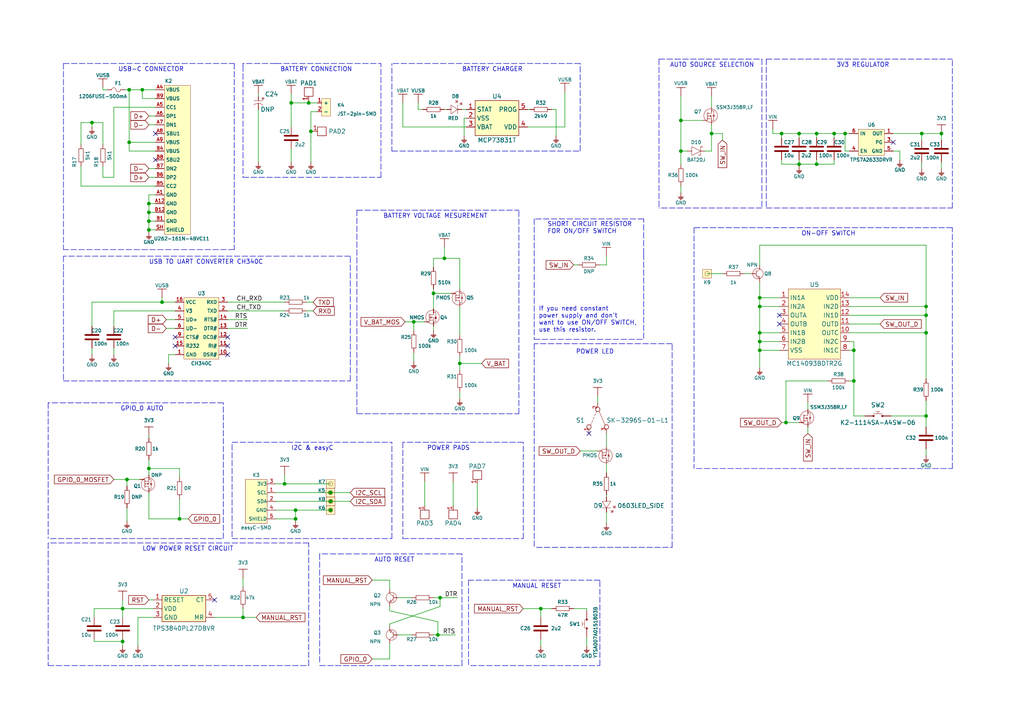
<source format=kicad_sch>
(kicad_sch (version 20211123) (generator eeschema)
  (paper "A4")
  (title_block (title "Soldered Inkplate 5") (date "2023-07-18") (rev "V1.2.0.") (company "SOLDERED") (comment 1 "333255"))
  (lib_symbols
    (symbol "e-radionica.com schematics:0402LED" (pin_numbers hide) (pin_names (offset 0.254) hide)
      (property "Reference" "D" (at -0.635 2.54 0))
      (property "Value" "0402LED" (at 0 -2.54 0))
      (symbol "0402LED_1_1"
        (pin passive line (at -1.905 0 0) (length 1.27) (name "A") (number "1"))
        (pin passive line (at 2.54 0 180) (length 1.27) (name "K") (number "2"))
      )
    )
    (symbol "e-radionica.com schematics:0603C" (pin_numbers hide) (pin_names (offset 0.002))
      (property "Reference" "C" (at 0 3.81 0))
      (property "Value" "0603C" (at 0 -3.175 0))
      (symbol "0603C_1_1"
        (pin passive line (at -3.175 0 0) (length 2.54) (name "~") (number "1"))
        (pin passive line (at 3.175 0 180) (length 2.54) (name "~") (number "2"))
      )
    )
    (symbol "e-radionica.com schematics:0603LED_SIDE" (pin_numbers hide) (pin_names hide)
      (property "Reference" "D" (at -1.27 2.54 0))
      (property "Value" "0603LED_SIDE" (at 0 -2.286 0))
      (symbol "0603LED_SIDE_1_1"
        (pin passive line (at -2.54 0 0) (length 1.27) (name "A") (number "1"))
        (pin passive line (at 1.905 0 180) (length 1.27) (name "K") (number "2"))
      )
    )
    (symbol "e-radionica.com schematics:0603R" (pin_numbers hide) (pin_names (offset 0.254))
      (property "Reference" "R" (at 0 1.27 0))
      (property "Value" "0603R" (at 0 -1.905 0))
      (symbol "0603R_1_1"
        (pin passive line (at -3.175 0 0) (length 1.27) (name "~") (number "1"))
        (pin passive line (at 3.175 0 180) (length 1.27) (name "~") (number "2"))
      )
    )
    (symbol "e-radionica.com schematics:1206C" (pin_numbers hide)
      (property "Reference" "C" (at 0 3.81 0))
      (property "Value" "1206C" (at 0 -3.175 0))
      (symbol "1206C_1_1"
        (pin passive line (at -3.175 0 0) (length 2.54) (name "~") (number "1"))
        (pin passive line (at 3.175 0 180) (length 2.54) (name "~") (number "2"))
      )
    )
    (symbol "e-radionica.com schematics:1206FUSE" (pin_numbers hide) (pin_names hide)
      (property "Reference" "F" (at -1.27 1.905 0))
      (property "Value" "1206FUSE" (at 0 -1.905 0))
      (symbol "1206FUSE_1_1"
        (pin passive line (at -2.54 0 0) (length 1.27) (name "~") (number "1"))
        (pin passive line (at 2.54 0 180) (length 1.27) (name "~") (number "2"))
      )
    )
    (symbol "e-radionica.com schematics:2917C" (pin_numbers hide) (pin_names hide)
      (property "Reference" "C?" (at 0 0 0))
      (property "Value" "2917C" (at 0 0 0))
      (symbol "2917C_0_0"
        (text "+" (at -0.635 -1.27 0) (effects (font (size 1 1))))
      )
      (symbol "2917C_1_1"
        (pin input line (at -1.27 -2.54 0) (length 1.27) (name "+") (number "1"))
        (pin input line (at 2.54 -2.54 180) (length 1.8) (name "-") (number "2"))
      )
    )
    (symbol "e-radionica.com schematics:3V3" (power) (pin_names (offset 0))
      (property "Value" "3V3" (at 0 3.556 0))
      (symbol "3V3_1_1"
        (pin power_in line (at 0 0 90) (length 0) hide (name "3V3") (number "1"))
      )
    )
    (symbol "e-radionica.com schematics:BAT20J" (pin_numbers hide) (pin_names hide)
      (property "Reference" "D" (at 0 2.54 0))
      (property "Value" "BAT20J" (at 0 -2.54 0))
      (symbol "BAT20J_1_1"
        (pin input line (at -2.54 0 0) (length 1.27) (name "A") (number "1"))
        (pin input line (at 2.54 0 180) (length 1.27) (name "C") (number "2"))
      )
    )
    (symbol "e-radionica.com schematics:CH340C"
      (property "Reference" "U" (at -3.81 10.16 0))
      (property "Value" "CH340C" (at 0 -10.16 0))
      (symbol "CH340C_1_1"
        (pin passive line (at -7.62 -7.62 0) (length 2.54) (name "GND") (number "1"))
        (pin passive line (at 7.62 -7.62 180) (length 2.54) (name "DSR#") (number "10"))
        (pin passive line (at 7.62 -5.08 180) (length 2.54) (name "RI#") (number "11"))
        (pin passive line (at 7.62 -2.54 180) (length 2.54) (name "DCD#") (number "12"))
        (pin passive line (at 7.62 0 180) (length 2.54) (name "DTR#") (number "13"))
        (pin passive line (at 7.62 2.54 180) (length 2.54) (name "RTS#") (number "14"))
        (pin passive line (at -7.62 -5.08 0) (length 2.54) (name "R232") (number "15"))
        (pin passive line (at -7.62 7.62 0) (length 2.54) (name "VCC") (number "16"))
        (pin passive line (at 7.62 5.08 180) (length 2.54) (name "TXD") (number "2"))
        (pin passive line (at 7.62 7.62 180) (length 2.54) (name "RXD") (number "3"))
        (pin passive line (at -7.62 5.08 0) (length 2.54) (name "V3") (number "4"))
        (pin passive line (at -7.62 2.54 0) (length 2.54) (name "UD+") (number "5"))
        (pin passive line (at -7.62 0 0) (length 2.54) (name "UD-") (number "6"))
        (pin passive line (at -7.62 -2.54 0) (length 2.54) (name "CTS#") (number "9"))
      )
    )
    (symbol "e-radionica.com schematics:GND" (power) (pin_names (offset 0))
      (property "Value" "GND" (at 0 -2.921 0))
      (symbol "GND_1_1"
        (pin power_in line (at 0 0 270) (length 0) hide (name "GND") (number "1"))
      )
    )
    (symbol "e-radionica.com schematics:HEADER_MALE_1X1_Inkplate" (pin_numbers hide) (pin_names hide)
      (property "Reference" "K" (at 0 2.54 0))
      (property "Value" "HEADER_MALE_1X1_Inkplate" (at 0 -2.54 0))
      (symbol "HEADER_MALE_1X1_Inkplate_1_1"
        (pin passive line (at 0 0 180) (length 0) (name "~") (number "1"))
      )
    )
    (symbol "e-radionica.com schematics:JST-2pin-SMD"
      (property "Reference" "K" (at 0 3.81 0))
      (property "Value" "JST-2pin-SMD" (at 1.27 -3.81 0))
      (symbol "JST-2pin-SMD_1_1"
        (pin passive line (at 2.54 -1.27 180) (length 1.27) (name "+") (number "1"))
        (pin passive line (at 2.54 1.27 180) (length 1.27) (name "-") (number "2"))
      )
    )
    (symbol "e-radionica.com schematics:K2-1114SA-A4SW-06" (pin_numbers hide) (pin_names hide)
      (property "Reference" "SW" (at 0 2.54 0))
      (property "Value" "K2-1114SA-A4SW-06" (at 0 -2.54 0))
      (symbol "K2-1114SA-A4SW-06_1_1"
        (pin passive line (at -3.81 0 0) (length 2.54) (name "~") (number "1"))
        (pin passive line (at 3.81 0 180) (length 2.54) (name "~") (number "2"))
      )
    )
    (symbol "e-radionica.com schematics:MC14093BDTR2G"
      (property "Reference" "U" (at 0 15.24 0))
      (property "Value" "MC14093BDTR2G" (at 0 -7.62 0))
      (symbol "MC14093BDTR2G_1_1"
        (pin output line (at -10.16 11.43 0) (length 2.54) (name "IN1A") (number "1"))
        (pin output line (at 10.16 1.27 180) (length 2.54) (name "OUTC") (number "10"))
        (pin output line (at 10.16 3.81 180) (length 2.54) (name "OUTD") (number "11"))
        (pin output line (at 10.16 6.35 180) (length 2.54) (name "IN1D") (number "12"))
        (pin output line (at 10.16 8.89 180) (length 2.54) (name "IN2D") (number "13"))
        (pin output line (at 10.16 11.43 180) (length 2.54) (name "VDD") (number "14"))
        (pin output line (at -10.16 8.89 0) (length 2.54) (name "IN2A") (number "2"))
        (pin output line (at -10.16 6.35 0) (length 2.54) (name "OUTA") (number "3"))
        (pin output line (at -10.16 3.81 0) (length 2.54) (name "OUTB") (number "4"))
        (pin output line (at -10.16 1.27 0) (length 2.54) (name "IN1B") (number "5"))
        (pin output line (at -10.16 -1.27 0) (length 2.54) (name "IN2B") (number "6"))
        (pin output line (at -10.16 -3.81 0) (length 2.54) (name "VSS") (number "7"))
        (pin output line (at 10.16 -3.81 180) (length 2.54) (name "IN1C") (number "8"))
        (pin output line (at 10.16 -1.27 180) (length 2.54) (name "IN2C") (number "9"))
      )
    )
    (symbol "e-radionica.com schematics:MCP73831T"
      (property "Reference" "U" (at 0 6.35 0))
      (property "Value" "MCP73831T" (at 0 -6.35 0))
      (symbol "MCP73831T_1_1"
        (pin output line (at -8.89 2.54 0) (length 2.54) (name "STAT") (number "1"))
        (pin output line (at -8.89 0 0) (length 2.54) (name "VSS") (number "2"))
        (pin output line (at -8.89 -2.54 0) (length 2.54) (name "VBAT") (number "3"))
        (pin output line (at 8.89 -2.54 180) (length 2.54) (name "VDD") (number "4"))
        (pin output line (at 8.89 2.54 180) (length 2.54) (name "PROG") (number "5"))
      )
    )
    (symbol "e-radionica.com schematics:NMOS-SOT-23-3" (pin_numbers hide) (pin_names hide)
      (property "Reference" "Q" (at -1.143 2.921 0))
      (property "Value" "NMOS-SOT-23-3" (at 1.524 -3.937 0))
      (symbol "NMOS-SOT-23-3_1_1"
        (pin passive line (at -1.27 -1.27 0) (length 1.27) (name "G") (number "1"))
        (pin passive line (at 1.27 -2.54 90) (length 1.27) (name "S") (number "2"))
        (pin passive line (at 1.27 2.54 270) (length 1.27) (name "D") (number "3"))
      )
    )
    (symbol "e-radionica.com schematics:NPN-SOT-23-3" (pin_numbers hide) (pin_names hide)
      (property "Reference" "Q" (at -2.286 2.921 0))
      (property "Value" "NPN-SOT-23-3" (at 0 -3.81 0))
      (symbol "NPN-SOT-23-3_1_1"
        (pin passive line (at -2.54 0 0) (length 1.27) (name "B") (number "1"))
        (pin passive line (at 0 -2.54 90) (length 1.27) (name "E") (number "2"))
        (pin passive line (at 0 2.54 270) (length 1.27) (name "C") (number "3"))
      )
    )
    (symbol "e-radionica.com schematics:PAD_4x4"
      (property "Reference" "PAD" (at 0 2.54 0))
      (property "Value" "PAD_4x4" (at 0 -2.54 0))
      (symbol "PAD_4x4_1_1"
        (pin passive line (at -2.54 0 0) (length 1.27) (name "") (number "1"))
      )
    )
    (symbol "e-radionica.com schematics:PMOS-SOT-23-3" (pin_numbers hide) (pin_names hide)
      (property "Reference" "Q" (at -1.27 2.54 0))
      (property "Value" "PMOS-SOT-23-3" (at 0.381 -4.064 0))
      (symbol "PMOS-SOT-23-3_1_1"
        (pin passive line (at -1.27 -1.27 0) (length 1.27) (name "G") (number "1"))
        (pin passive line (at 1.27 -2.54 90) (length 1.27) (name "S") (number "2"))
        (pin passive line (at 1.27 2.54 270) (length 1.27) (name "D") (number "3"))
      )
    )
    (symbol "e-radionica.com schematics:SK-3296S-01-L1"
      (property "Reference" "S" (at 0 3.81 0))
      (property "Value" "SK-3296S-01-L1" (at 0 -6.35 0))
      (symbol "SK-3296S-01-L1_1_1"
        (pin input inverted (at 3.81 2.54 180) (length 2.54) (name "") (number "1"))
        (pin input inverted (at -5.08 0 0) (length 2.54) (name "") (number "2"))
        (pin input inverted (at 3.81 -2.54 180) (length 2.54) (name "") (number "3"))
      )
    )
    (symbol "e-radionica.com schematics:TPS3840PL27DBVR"
      (property "Reference" "U" (at 0 5.08 0))
      (property "Value" "TPS3840PL27DBVR" (at 0 -5.08 0))
      (symbol "TPS3840PL27DBVR_1_1"
        (pin input line (at -8.89 2.54 0) (length 2.54) (name "RESET") (number "1"))
        (pin input line (at -8.89 0 0) (length 2.54) (name "VDD") (number "2"))
        (pin input line (at -8.89 -2.54 0) (length 2.54) (name "GND") (number "3"))
        (pin input line (at 8.89 -2.54 180) (length 2.54) (name "MR") (number "4"))
        (pin input line (at 8.89 2.54 180) (length 2.54) (name "CT") (number "5"))
      )
    )
    (symbol "e-radionica.com schematics:TPS7A2633DRVR"
      (property "Reference" "U" (at -3.175 5.08 0))
      (property "Value" "TPS7A2633DRVR" (at 0 -5.08 0))
      (symbol "TPS7A2633DRVR_1_1"
        (pin passive line (at 6.35 2.54 180) (length 2.54) (name "OUT") (number "1"))
        (pin passive line (at 6.35 0 180) (length 2.54) (name "PG") (number "3"))
        (pin passive line (at -6.35 -2.54 0) (length 2.54) (name "EN") (number "4"))
        (pin passive line (at 6.35 -2.54 180) (length 2.54) (name "GND") (number "5"))
        (pin passive line (at -6.35 2.54 0) (length 2.54) (name "IN") (number "6"))
      )
    )
    (symbol "e-radionica.com schematics:U262-161N-4BVC11"
      (property "Reference" "K" (at 0 22.86 0))
      (property "Value" "U262-161N-4BVC11" (at 2.54 -22.86 0))
      (symbol "U262-161N-4BVC11_1_1"
        (pin passive line (at -3.81 -10.16 0) (length 2.54) (name "GND") (number "A1"))
        (pin passive line (at -3.81 -12.7 0) (length 2.54) (name "GND") (number "A12"))
        (pin passive line (at -3.81 20.32 0) (length 2.54) (name "VBUS") (number "A4"))
        (pin passive line (at -3.81 15.24 0) (length 2.54) (name "CC1") (number "A5"))
        (pin passive line (at -3.81 12.7 0) (length 2.54) (name "DP1") (number "A6"))
        (pin passive line (at -3.81 10.16 0) (length 2.54) (name "DN1") (number "A7"))
        (pin passive line (at -3.81 7.62 0) (length 2.54) (name "SBU1") (number "A8"))
        (pin passive line (at -3.81 5.08 0) (length 2.54) (name "VBUS") (number "A9"))
        (pin passive line (at -3.81 -17.78 0) (length 2.54) (name "GND") (number "B1"))
        (pin passive line (at -3.81 -15.24 0) (length 2.54) (name "GND") (number "B12"))
        (pin passive line (at -3.81 2.54 0) (length 2.54) (name "VBUS") (number "B4"))
        (pin passive line (at -3.81 -7.62 0) (length 2.54) (name "CC2") (number "B5"))
        (pin passive line (at -3.81 -5.08 0) (length 2.54) (name "DP2") (number "B6"))
        (pin passive line (at -3.81 -2.54 0) (length 2.54) (name "DN2") (number "B7"))
        (pin passive line (at -3.81 0 0) (length 2.54) (name "SBU2") (number "B8"))
        (pin passive line (at -3.81 17.78 0) (length 2.54) (name "VBUS") (number "B9"))
        (pin passive line (at -3.81 -20.32 0) (length 2.54) (name "SHIELD") (number "SH"))
      )
    )
    (symbol "e-radionica.com schematics:VBAT" (power) (pin_names (offset 0))
      (property "Value" "VBAT" (at 0 3.556 0))
      (symbol "VBAT_1_1"
        (pin power_in line (at 0 0 90) (length 0) hide (name "VBAT") (number "1"))
      )
    )
    (symbol "e-radionica.com schematics:VIN" (power) (pin_names (offset 0))
      (property "Value" "VIN" (at 0 3.556 0))
      (symbol "VIN_1_1"
        (pin power_in line (at 0 0 90) (length 0) hide (name "VIN") (number "1"))
      )
    )
    (symbol "e-radionica.com schematics:VUSB" (power) (pin_names (offset 0))
      (property "Value" "VUSB" (at 0 3.556 0))
      (symbol "VUSB_1_1"
        (pin power_in line (at 0 0 90) (length 0) hide (name "VUSB") (number "1"))
      )
    )
    (symbol "e-radionica.com schematics:YTSA007A0151803B" (pin_numbers hide) (pin_names hide)
      (property "Reference" "SW" (at -1.016 2.286 0))
      (property "Value" "YTSA007A0151803B" (at 1.778 -2.032 0))
      (symbol "YTSA007A0151803B_1_1"
        (pin passive line (at -2.54 0 0) (length 2.54) (name "~") (number "1"))
        (pin passive line (at 5.08 0 180) (length 2.54) (name "~") (number "2"))
      )
    )
    (symbol "e-radionica.com schematics:easyC-SMD" (pin_names (offset 0.002))
      (property "Reference" "K" (at 0 10.16 0))
      (property "Value" "easyC-SMD" (at 0 -5.08 0))
      (symbol "easyC-SMD_1_1"
        (pin passive line (at 5.715 5.08 180) (length 2.54) (name "SCL") (number "1"))
        (pin passive line (at 5.715 2.54 180) (length 2.54) (name "SDA") (number "2"))
        (pin passive line (at 5.715 7.62 180) (length 2.54) (name "3V3") (number "3"))
        (pin passive line (at 5.715 0 180) (length 2.54) (name "GND") (number "4"))
        (pin passive line (at 5.715 -2.54 180) (length 2.54) (name "SHIELD") (number "5"))
      )
    )
  )
  (junction (at 95.8755 147.955))
  (junction (at 37.465 26.035) (diameter 0.9144))
  (junction (at 41.275 26.035) (diameter 0.9144))
  (junction (at 84.455 29.845))
  (junction (at 268.605 91.44))
  (junction (at 43.18 59.055) (diameter 0.9144))
  (junction (at 128.905 74.93))
  (junction (at 227.965 122.555))
  (junction (at 268.605 96.52))
  (junction (at 35.56 186.055))
  (junction (at 46.99 87.63))
  (junction (at 236.855 38.735))
  (junction (at 85.725 147.955))
  (junction (at 220.345 101.6))
  (junction (at 241.935 38.735))
  (junction (at 236.855 47.625))
  (junction (at 82.55 140.335))
  (junction (at 267.335 38.735))
  (junction (at 26.67 35.56) (diameter 0.9144))
  (junction (at 220.345 86.36))
  (junction (at 231.775 47.625))
  (junction (at 70.485 179.07))
  (junction (at 125.73 85.09))
  (junction (at 206.375 38.735))
  (junction (at 37.465 41.275) (diameter 0.9144))
  (junction (at 133.35 105.41))
  (junction (at 220.345 96.52))
  (junction (at 197.485 34.925))
  (junction (at 268.605 120.65))
  (junction (at 127.635 173.355))
  (junction (at 85.725 150.495))
  (junction (at 127 184.15))
  (junction (at 156.845 176.53))
  (junction (at 120.015 93.345))
  (junction (at 95.8397 142.875))
  (junction (at 226.695 38.735))
  (junction (at 231.775 38.735))
  (junction (at 273.05 38.735))
  (junction (at 52.07 150.495))
  (junction (at 90.17 38.1))
  (junction (at 268.605 88.9))
  (junction (at 89.535 29.845))
  (junction (at 245.11 38.735))
  (junction (at 36.83 139.065))
  (junction (at 220.345 88.9))
  (junction (at 43.18 64.135) (diameter 0.9144))
  (junction (at 247.65 110.49))
  (junction (at 43.18 61.595) (diameter 0.9144))
  (junction (at 43.18 66.675) (diameter 0.9144))
  (junction (at 197.485 43.815))
  (junction (at 43.18 135.89))
  (junction (at 35.56 176.53))
  (junction (at 220.345 99.06))
  (junction (at 95.885 145.415))
  (junction (at 247.65 101.6))
  (no_connect (at 226.06 91.44))
  (no_connect (at 170.815 125.73))
  (no_connect (at 66.04 100.33))
  (no_connect (at 259.08 41.275))
  (no_connect (at 45.085 38.735))
  (no_connect (at 66.04 97.79))
  (no_connect (at 45.085 46.355))
  (no_connect (at 50.8 97.79))
  (no_connect (at 226.06 93.98))
  (no_connect (at 50.8 100.33))
  (no_connect (at 62.23 173.99))
  (no_connect (at 66.04 102.87))
  (wire (pts (xy 48.895 102.87) (xy 50.8 102.87)))
  (wire (pts (xy 43.18 33.655) (xy 45.085 33.655)))
  (polyline (pts (xy 154.94 63.5) (xy 154.94 98.425)))
  (wire (pts (xy 127.635 173.355) (xy 132.715 173.355)))
  (wire (pts (xy 27.305 176.53) (xy 35.56 176.53)))
  (wire (pts (xy 113.03 191.135) (xy 113.03 186.69)))
  (wire (pts (xy 125.73 74.93) (xy 125.73 77.47)))
  (wire (pts (xy 120.015 102.235) (xy 120.015 104.775)))
  (polyline (pts (xy 168.275 43.815) (xy 168.275 18.415)))
  (wire (pts (xy 84.455 29.845) (xy 89.535 29.845)))
  (wire (pts (xy 125.73 85.09) (xy 125.73 89.535)))
  (wire (pts (xy 45.085 53.975) (xy 23.495 53.975)))
  (polyline (pts (xy 133.985 193.04) (xy 133.985 160.655)))
  (polyline (pts (xy 133.985 160.655) (xy 92.71 160.655)))
  (polyline (pts (xy 151.765 156.21) (xy 151.765 128.27)))
  (polyline (pts (xy 18.415 74.295) (xy 18.415 78.74)))
  (wire (pts (xy 84.455 27.305) (xy 84.455 29.845)))
  (wire (pts (xy 113.03 168.275) (xy 113.03 170.815)))
  (wire (pts (xy 259.08 43.815) (xy 260.985 43.815)))
  (wire (pts (xy 52.07 138.43) (xy 52.07 135.89)))
  (wire (pts (xy 36.83 140.97) (xy 36.83 139.065)))
  (polyline (pts (xy 13.97 193.04) (xy 89.535 193.04)))
  (wire (pts (xy 45.085 28.575) (xy 41.275 28.575)))
  (polyline (pts (xy 151.765 128.27) (xy 116.84 128.27)))
  (wire (pts (xy 220.345 88.9) (xy 220.345 96.52)))
  (wire (pts (xy 273.05 40.64) (xy 273.05 38.735)))
  (wire (pts (xy 113.03 175.895) (xy 113.03 177.165)))
  (wire (pts (xy 234.315 116.84) (xy 234.315 118.745)))
  (wire (pts (xy 113.03 180.975) (xy 113.03 181.61)))
  (wire (pts (xy 33.02 94.615) (xy 33.02 90.17)))
  (polyline (pts (xy 116.84 128.27) (xy 116.84 156.21)))
  (wire (pts (xy 82.55 140.335) (xy 82.55 137.795)))
  (wire (pts (xy 260.985 43.815) (xy 260.985 46.355)))
  (polyline (pts (xy 201.295 66.04) (xy 201.295 135.89)))
  (polyline (pts (xy 13.97 116.84) (xy 13.97 156.21)))
  (wire (pts (xy 85.725 147.955) (xy 95.8755 147.955)))
  (polyline (pts (xy 101.6 74.295) (xy 18.415 74.295)))
  (wire (pts (xy 125.73 85.09) (xy 130.81 85.09)))
  (polyline (pts (xy 155.575 158.75) (xy 194.945 158.75)))
  (wire (pts (xy 116.84 29.845) (xy 116.84 36.83)))
  (wire (pts (xy 90.17 32.385) (xy 90.17 38.1)))
  (wire (pts (xy 37.465 41.275) (xy 45.085 41.275)))
  (wire (pts (xy 29.845 48.26) (xy 29.845 51.435)))
  (wire (pts (xy 23.495 35.56) (xy 26.67 35.56)))
  (wire (pts (xy 170.18 184.785) (xy 170.18 187.325)))
  (polyline (pts (xy 103.505 60.96) (xy 150.495 60.96)))
  (polyline (pts (xy 113.665 18.415) (xy 113.665 19.05)))
  (wire (pts (xy 35.56 185.42) (xy 35.56 186.055)))
  (wire (pts (xy 226.695 46.355) (xy 226.695 47.625)))
  (polyline (pts (xy 67.945 18.415) (xy 67.945 72.39)) (stroke (width 0) (type dash)))
  (wire (pts (xy 80.01 142.875) (xy 95.8397 142.875)))
  (wire (pts (xy 268.605 116.205) (xy 268.605 120.65)))
  (wire (pts (xy 84.455 29.845) (xy 84.455 36.83)))
  (wire (pts (xy 46.99 86.36) (xy 46.99 87.63)))
  (polyline (pts (xy 89.535 193.04) (xy 89.535 157.48)))
  (wire (pts (xy 62.23 179.07) (xy 70.485 179.07)))
  (wire (pts (xy 128.905 31.75) (xy 129.54 31.75)))
  (wire (pts (xy 133.35 74.93) (xy 128.905 74.93)))
  (wire (pts (xy 197.485 43.815) (xy 197.485 47.625)))
  (wire (pts (xy 267.335 38.735) (xy 267.335 40.64)))
  (polyline (pts (xy 110.49 51.435) (xy 110.49 18.415)))
  (wire (pts (xy 88.9 90.17) (xy 90.805 90.17)))
  (wire (pts (xy 175.895 143.51) (xy 175.895 144.145)))
  (wire (pts (xy 241.935 38.735) (xy 245.11 38.735)))
  (wire (pts (xy 37.465 26.035) (xy 41.275 26.035)))
  (wire (pts (xy 199.39 43.815) (xy 197.485 43.815)))
  (wire (pts (xy 88.9 87.63) (xy 90.805 87.63)))
  (wire (pts (xy 175.895 125.73) (xy 175.895 129.54)))
  (polyline (pts (xy 136.525 193.04) (xy 173.99 193.04)))
  (wire (pts (xy 48.895 105.41) (xy 48.895 102.87)))
  (wire (pts (xy 26.67 35.56) (xy 29.845 35.56)))
  (wire (pts (xy 247.65 101.6) (xy 247.65 99.06)))
  (wire (pts (xy 133.985 31.75) (xy 135.255 31.75)))
  (wire (pts (xy 66.04 95.25) (xy 71.755 95.25)))
  (wire (pts (xy 166.37 76.835) (xy 167.64 76.835)))
  (wire (pts (xy 245.11 43.815) (xy 245.11 38.735)))
  (wire (pts (xy 37.465 41.275) (xy 37.465 43.815)))
  (wire (pts (xy 220.345 96.52) (xy 220.345 99.06)))
  (wire (pts (xy 156.845 176.53) (xy 160.02 176.53)))
  (polyline (pts (xy 186.69 73.66) (xy 186.69 98.425)))
  (wire (pts (xy 90.805 38.1) (xy 90.17 38.1)))
  (wire (pts (xy 123.19 93.345) (xy 120.015 93.345)))
  (wire (pts (xy 127 184.15) (xy 132.08 184.15)))
  (polyline (pts (xy 222.25 17.145) (xy 222.25 60.325)))
  (wire (pts (xy 26.67 100.965) (xy 26.67 102.87)))
  (wire (pts (xy 33.02 51.435) (xy 33.02 31.115)))
  (wire (pts (xy 267.335 46.99) (xy 267.335 48.895)))
  (polyline (pts (xy 276.225 135.89) (xy 276.225 66.04)))
  (wire (pts (xy 89.535 29.845) (xy 92.075 29.845)))
  (wire (pts (xy 23.495 35.56) (xy 23.495 41.91)))
  (wire (pts (xy 40.005 187.325) (xy 40.005 179.07)))
  (wire (pts (xy 226.695 38.735) (xy 231.775 38.735)))
  (wire (pts (xy 127 180.34) (xy 127 184.15)))
  (wire (pts (xy 206.375 36.195) (xy 206.375 38.735)))
  (wire (pts (xy 227.965 110.49) (xy 227.965 122.555)))
  (wire (pts (xy 236.855 47.625) (xy 231.775 47.625)))
  (wire (pts (xy 226.06 101.6) (xy 220.345 101.6)))
  (polyline (pts (xy 89.535 157.48) (xy 13.97 157.48)))
  (polyline (pts (xy 191.135 17.145) (xy 191.135 60.325)))
  (wire (pts (xy 113.03 177.165) (xy 127 180.34)))
  (wire (pts (xy 35.56 173.99) (xy 35.56 176.53)))
  (polyline (pts (xy 135.89 168.275) (xy 135.89 193.04)))
  (polyline (pts (xy 18.415 78.74) (xy 18.415 110.49)))
  (wire (pts (xy 224.155 38.735) (xy 224.155 37.465)))
  (wire (pts (xy 36.195 26.035) (xy 37.465 26.035)))
  (wire (pts (xy 115.57 173.355) (xy 119.38 173.355)))
  (wire (pts (xy 43.18 64.135) (xy 43.18 66.675)))
  (polyline (pts (xy 18.415 110.49) (xy 101.6 110.49)))
  (wire (pts (xy 226.695 38.735) (xy 226.695 40.005)))
  (wire (pts (xy 66.04 87.63) (xy 82.55 87.63)))
  (wire (pts (xy 43.18 150.495) (xy 52.07 150.495)))
  (wire (pts (xy 268.605 88.9) (xy 268.605 91.44)))
  (polyline (pts (xy 67.945 72.39) (xy 18.415 72.39)) (stroke (width 0) (type dash)))
  (polyline (pts (xy 154.94 98.425) (xy 186.69 98.425)))
  (wire (pts (xy 209.55 38.735) (xy 209.55 40.64)))
  (polyline (pts (xy 168.275 18.415) (xy 113.665 18.415)))
  (wire (pts (xy 74.93 27.305) (xy 74.93 27.94)))
  (wire (pts (xy 245.11 38.735) (xy 246.38 38.735)))
  (wire (pts (xy 246.38 101.6) (xy 247.65 101.6)))
  (wire (pts (xy 236.855 38.735) (xy 236.855 40.005)))
  (wire (pts (xy 236.855 38.735) (xy 241.935 38.735)))
  (wire (pts (xy 127.635 173.355) (xy 127.635 175.895)))
  (wire (pts (xy 33.02 90.17) (xy 50.8 90.17)))
  (wire (pts (xy 173.355 114.935) (xy 173.355 116.84)))
  (wire (pts (xy 135.255 34.29) (xy 134.62 34.29)))
  (polyline (pts (xy 67.31 128.27) (xy 113.665 128.27)))
  (wire (pts (xy 125.73 83.82) (xy 125.73 85.09)))
  (wire (pts (xy 43.18 59.055) (xy 43.18 61.595)))
  (wire (pts (xy 246.38 43.815) (xy 245.11 43.815)))
  (polyline (pts (xy 67.31 128.905) (xy 67.31 156.21)))
  (wire (pts (xy 89.535 29.21) (xy 89.535 29.845)))
  (wire (pts (xy 226.06 99.06) (xy 220.345 99.06)))
  (wire (pts (xy 197.485 27.94) (xy 197.485 34.925)))
  (polyline (pts (xy 220.98 17.145) (xy 220.98 60.325)))
  (wire (pts (xy 197.485 34.925) (xy 203.835 34.925)))
  (wire (pts (xy 70.485 167.64) (xy 70.485 170.18)))
  (polyline (pts (xy 70.485 51.435) (xy 110.49 51.435)))
  (wire (pts (xy 160.02 31.75) (xy 161.29 31.75)))
  (wire (pts (xy 80.01 147.955) (xy 85.725 147.955)))
  (wire (pts (xy 43.18 61.595) (xy 45.085 61.595)))
  (wire (pts (xy 156.845 185.42) (xy 156.845 187.325)))
  (wire (pts (xy 122.555 31.75) (xy 121.285 31.75)))
  (wire (pts (xy 153.035 31.75) (xy 153.67 31.75)))
  (wire (pts (xy 123.19 139.7) (xy 123.19 146.685)))
  (wire (pts (xy 23.495 48.26) (xy 23.495 53.975)))
  (polyline (pts (xy 113.665 19.685) (xy 113.665 43.815)))
  (wire (pts (xy 273.05 38.735) (xy 267.335 38.735)))
  (polyline (pts (xy 13.97 160.02) (xy 13.97 193.04)))
  (wire (pts (xy 220.345 88.9) (xy 226.06 88.9)))
  (polyline (pts (xy 92.71 160.655) (xy 92.71 192.405)))
  (polyline (pts (xy 191.135 17.145) (xy 220.98 17.145)))
  (polyline (pts (xy 186.69 63.5) (xy 154.94 63.5)))
  (wire (pts (xy 151.765 176.53) (xy 156.845 176.53)))
  (wire (pts (xy 133.35 113.665) (xy 133.35 115.57)))
  (wire (pts (xy 268.605 96.52) (xy 268.605 109.855)))
  (wire (pts (xy 107.95 168.275) (xy 113.03 168.275)))
  (wire (pts (xy 206.375 38.735) (xy 209.55 38.735)))
  (wire (pts (xy 66.04 92.71) (xy 71.755 92.71)))
  (wire (pts (xy 226.695 47.625) (xy 231.775 47.625)))
  (polyline (pts (xy 276.225 60.325) (xy 276.225 17.145)))
  (wire (pts (xy 246.38 91.44) (xy 268.605 91.44)))
  (wire (pts (xy 26.67 87.63) (xy 46.99 87.63)))
  (polyline (pts (xy 276.225 66.04) (xy 201.295 66.04)))
  (polyline (pts (xy 80.01 18.415) (xy 110.49 18.415)))
  (wire (pts (xy 125.73 94.615) (xy 125.73 95.885)))
  (wire (pts (xy 52.07 150.495) (xy 52.07 144.78)))
  (wire (pts (xy 246.38 88.9) (xy 268.605 88.9)))
  (wire (pts (xy 43.18 56.515) (xy 43.18 59.055)))
  (wire (pts (xy 268.605 71.12) (xy 268.605 88.9)))
  (wire (pts (xy 231.775 46.355) (xy 231.775 47.625)))
  (wire (pts (xy 45.085 43.815) (xy 37.465 43.815)))
  (wire (pts (xy 43.18 61.595) (xy 43.18 64.135)))
  (wire (pts (xy 95.885 145.415) (xy 101.6 145.415)))
  (polyline (pts (xy 201.93 135.89) (xy 276.225 135.89)))
  (wire (pts (xy 205.105 79.375) (xy 209.55 79.375)))
  (polyline (pts (xy 173.99 168.275) (xy 135.89 168.275)))
  (wire (pts (xy 90.17 46.99) (xy 90.17 38.1)))
  (wire (pts (xy 231.775 47.625) (xy 231.775 48.26)))
  (wire (pts (xy 197.485 34.925) (xy 197.485 43.815)))
  (wire (pts (xy 215.9 79.375) (xy 217.805 79.375)))
  (wire (pts (xy 220.345 81.915) (xy 220.345 86.36)))
  (wire (pts (xy 33.02 100.965) (xy 33.02 102.87)))
  (wire (pts (xy 26.67 94.615) (xy 26.67 87.63)))
  (wire (pts (xy 70.485 176.53) (xy 70.485 179.07)))
  (polyline (pts (xy 113.665 43.815) (xy 168.275 43.815)))
  (wire (pts (xy 206.375 43.815) (xy 204.47 43.815)))
  (polyline (pts (xy 116.84 156.21) (xy 151.765 156.21)))
  (wire (pts (xy 133.35 105.41) (xy 139.7 105.41)))
  (wire (pts (xy 231.775 38.735) (xy 231.775 40.005)))
  (wire (pts (xy 246.38 96.52) (xy 268.605 96.52)))
  (wire (pts (xy 46.99 87.63) (xy 50.8 87.63)))
  (polyline (pts (xy 103.505 120.015) (xy 150.495 120.015)))
  (wire (pts (xy 168.275 130.81) (xy 173.355 130.81)))
  (wire (pts (xy 33.02 31.115) (xy 45.085 31.115)))
  (wire (pts (xy 33.02 139.065) (xy 36.83 139.065)))
  (wire (pts (xy 220.345 99.06) (xy 220.345 101.6)))
  (polyline (pts (xy 103.505 60.96) (xy 103.505 120.015)))
  (wire (pts (xy 133.35 103.505) (xy 133.35 105.41)))
  (wire (pts (xy 43.18 59.055) (xy 45.085 59.055)))
  (wire (pts (xy 43.18 64.135) (xy 45.085 64.135)))
  (polyline (pts (xy 64.77 156.21) (xy 64.77 116.84)))
  (wire (pts (xy 26.67 35.56) (xy 26.67 36.83)))
  (wire (pts (xy 268.605 120.65) (xy 268.605 123.825)))
  (wire (pts (xy 156.845 179.07) (xy 156.845 176.53)))
  (wire (pts (xy 80.01 140.335) (xy 82.55 140.335)))
  (wire (pts (xy 80.01 145.415) (xy 95.885 145.415)))
  (polyline (pts (xy 194.945 158.75) (xy 194.945 99.695)))
  (wire (pts (xy 250.825 120.65) (xy 247.65 120.65)))
  (wire (pts (xy 268.605 91.44) (xy 268.605 96.52)))
  (wire (pts (xy 45.085 56.515) (xy 43.18 56.515)))
  (wire (pts (xy 70.485 179.07) (xy 74.295 179.07)))
  (polyline (pts (xy 150.495 120.015) (xy 150.495 60.96)))
  (wire (pts (xy 37.465 41.275) (xy 37.465 26.035)))
  (wire (pts (xy 134.62 34.29) (xy 134.62 39.37)))
  (polyline (pts (xy 64.77 116.84) (xy 13.97 116.84)))
  (wire (pts (xy 231.775 38.735) (xy 236.855 38.735)))
  (wire (pts (xy 241.935 47.625) (xy 236.855 47.625)))
  (wire (pts (xy 43.18 126.365) (xy 43.18 127)))
  (wire (pts (xy 226.06 96.52) (xy 220.345 96.52)))
  (wire (pts (xy 43.18 66.675) (xy 43.18 67.31)))
  (wire (pts (xy 48.26 95.25) (xy 50.8 95.25)))
  (polyline (pts (xy 113.665 156.21) (xy 113.665 128.27)))
  (wire (pts (xy 29.845 51.435) (xy 33.02 51.435)))
  (wire (pts (xy 220.345 71.12) (xy 268.605 71.12)))
  (wire (pts (xy 43.18 36.195) (xy 45.085 36.195)))
  (wire (pts (xy 175.895 76.835) (xy 175.895 74.295)))
  (polyline (pts (xy 92.71 193.04) (xy 133.985 193.04)))
  (wire (pts (xy 247.65 99.06) (xy 246.38 99.06)))
  (wire (pts (xy 36.83 147.32) (xy 36.83 151.13)))
  (wire (pts (xy 206.375 38.735) (xy 206.375 43.815)))
  (wire (pts (xy 115.57 184.15) (xy 119.38 184.15)))
  (wire (pts (xy 206.375 27.94) (xy 206.375 31.115)))
  (wire (pts (xy 43.18 173.99) (xy 44.45 173.99)))
  (wire (pts (xy 125.73 173.355) (xy 127.635 173.355)))
  (wire (pts (xy 117.475 93.345) (xy 120.015 93.345)))
  (wire (pts (xy 95.8755 147.955) (xy 95.885 147.955)))
  (wire (pts (xy 82.55 140.335) (xy 95.885 140.335)))
  (wire (pts (xy 163.83 26.67) (xy 163.83 36.83)))
  (wire (pts (xy 125.73 184.15) (xy 127 184.15)))
  (wire (pts (xy 226.695 122.555) (xy 227.965 122.555)))
  (polyline (pts (xy 67.31 156.21) (xy 113.665 156.21)))
  (wire (pts (xy 43.18 142.875) (xy 43.18 150.495)))
  (wire (pts (xy 133.35 83.82) (xy 133.35 74.93)))
  (wire (pts (xy 133.35 105.41) (xy 133.35 107.315)))
  (polyline (pts (xy 13.97 157.48) (xy 13.97 160.02)))
  (polyline (pts (xy 70.485 19.05) (xy 70.485 51.435)))
  (wire (pts (xy 227.965 122.555) (xy 231.775 122.555)))
  (wire (pts (xy 128.905 71.755) (xy 128.905 74.93)))
  (wire (pts (xy 246.38 110.49) (xy 247.65 110.49)))
  (wire (pts (xy 27.305 186.055) (xy 35.56 186.055)))
  (wire (pts (xy 45.085 66.675) (xy 43.18 66.675)))
  (wire (pts (xy 43.18 135.89) (xy 43.18 137.795)))
  (wire (pts (xy 116.84 36.83) (xy 135.255 36.83)))
  (wire (pts (xy 31.115 26.035) (xy 29.845 26.035)))
  (wire (pts (xy 29.845 26.035) (xy 29.845 25.4)))
  (wire (pts (xy 197.485 53.975) (xy 197.485 55.88)))
  (wire (pts (xy 241.935 38.735) (xy 241.935 40.005)))
  (wire (pts (xy 43.18 48.895) (xy 45.085 48.895)))
  (polyline (pts (xy 173.99 193.04) (xy 173.99 168.275)))
  (wire (pts (xy 246.38 93.98) (xy 255.27 93.98)))
  (polyline (pts (xy 14.605 156.21) (xy 64.77 156.21)))
  (wire (pts (xy 80.01 150.495) (xy 85.725 150.495)))
  (polyline (pts (xy 70.485 18.415) (xy 70.485 19.05)))
  (polyline (pts (xy 154.94 99.695) (xy 154.94 158.75)))
  (wire (pts (xy 52.07 135.89) (xy 43.18 135.89)))
  (wire (pts (xy 240.03 110.49) (xy 227.965 110.49)))
  (polyline (pts (xy 186.69 73.66) (xy 186.69 63.5)))
  (wire (pts (xy 138.43 140.335) (xy 138.43 147.32)))
  (wire (pts (xy 90.17 32.385) (xy 92.075 32.385)))
  (wire (pts (xy 48.26 92.71) (xy 50.8 92.71)))
  (wire (pts (xy 273.05 46.99) (xy 273.05 48.895)))
  (wire (pts (xy 173.99 76.835) (xy 175.895 76.835)))
  (wire (pts (xy 41.275 26.035) (xy 45.085 26.035)))
  (wire (pts (xy 259.08 38.735) (xy 267.335 38.735)))
  (wire (pts (xy 226.06 86.36) (xy 220.345 86.36)))
  (wire (pts (xy 247.65 110.49) (xy 247.65 101.6)))
  (polyline (pts (xy 194.945 99.695) (xy 154.94 99.695)))
  (polyline (pts (xy 18.415 18.415) (xy 18.415 72.39)) (stroke (width 0) (type dash)))
  (wire (pts (xy 43.18 51.435) (xy 45.085 51.435)))
  (wire (pts (xy 85.725 147.955) (xy 85.725 150.495)))
  (wire (pts (xy 268.605 130.175) (xy 268.605 132.08)))
  (wire (pts (xy 241.935 46.355) (xy 241.935 47.625)))
  (wire (pts (xy 220.345 86.36) (xy 220.345 88.9)))
  (wire (pts (xy 175.895 134.62) (xy 175.895 137.16)))
  (polyline (pts (xy 222.25 60.325) (xy 276.225 60.325)))
  (wire (pts (xy 95.8397 142.875) (xy 101.6 142.875)))
  (wire (pts (xy 161.29 31.75) (xy 161.29 39.37)))
  (polyline (pts (xy 220.98 60.325) (xy 191.135 60.325)))
  (wire (pts (xy 128.905 74.93) (xy 125.73 74.93)))
  (wire (pts (xy 170.18 176.53) (xy 170.18 177.165)))
  (wire (pts (xy 234.315 123.825) (xy 234.315 125.73)))
  (wire (pts (xy 74.93 31.75) (xy 74.93 46.99)))
  (wire (pts (xy 220.345 76.835) (xy 220.345 71.12)))
  (wire (pts (xy 35.56 186.055) (xy 35.56 187.325)))
  (polyline (pts (xy 18.415 78.74) (xy 18.415 78.74)))
  (wire (pts (xy 36.83 139.065) (xy 40.64 139.065)))
  (wire (pts (xy 66.04 90.17) (xy 82.55 90.17)))
  (wire (pts (xy 121.285 29.845) (xy 121.285 31.75)))
  (wire (pts (xy 246.38 86.36) (xy 255.27 86.36)))
  (wire (pts (xy 40.005 179.07) (xy 44.45 179.07)))
  (wire (pts (xy 107.95 191.135) (xy 113.03 191.135)))
  (wire (pts (xy 175.895 148.59) (xy 175.895 151.765)))
  (wire (pts (xy 163.83 36.83) (xy 153.035 36.83)))
  (wire (pts (xy 247.65 120.65) (xy 247.65 110.49)))
  (wire (pts (xy 220.345 101.6) (xy 220.345 106.68)))
  (wire (pts (xy 41.275 28.575) (xy 41.275 26.035)))
  (wire (pts (xy 52.07 150.495) (xy 54.61 150.495)))
  (polyline (pts (xy 18.415 18.415) (xy 67.945 18.415)) (stroke (width 0) (type dash)))
  (wire (pts (xy 224.155 38.735) (xy 226.695 38.735)))
  (wire (pts (xy 35.56 176.53) (xy 44.45 176.53)))
  (polyline (pts (xy 80.01 18.415) (xy 70.485 18.415)))
  (wire (pts (xy 131.445 139.7) (xy 131.445 146.685)))
  (wire (pts (xy 133.35 88.9) (xy 133.35 97.155)))
  (wire (pts (xy 43.18 133.35) (xy 43.18 135.89)))
  (wire (pts (xy 84.455 43.18) (xy 84.455 46.99)))
  (wire (pts (xy 258.445 120.65) (xy 268.605 120.65)))
  (polyline (pts (xy 101.6 110.49) (xy 101.6 74.295)))
  (wire (pts (xy 236.855 46.355) (xy 236.855 47.625)))
  (wire (pts (xy 127.635 175.895) (xy 113.03 180.975)))
  (wire (pts (xy 29.845 35.56) (xy 29.845 41.91)))
  (wire (pts (xy 85.725 150.495) (xy 85.725 151.13)))
  (wire (pts (xy 120.015 93.345) (xy 120.015 95.885)))
  (wire (pts (xy 35.56 179.07) (xy 35.56 176.53)))
  (wire (pts (xy 27.305 179.07) (xy 27.305 176.53)))
  (polyline (pts (xy 222.25 17.145) (xy 276.225 17.145)))
  (wire (pts (xy 166.37 176.53) (xy 170.18 176.53)))
  (wire (pts (xy 27.305 185.42) (xy 27.305 186.055)))
  (text "LOW POWER RESET CIRCUIT " (at 41.275 160.02 0) (effects (font (size 1.27 1.27)) (justify left bottom)))
  (text "AUTO RESET" (at 108.585 163.195 0) (effects (font (size 1.27 1.27)) (justify left bottom)))
  (text "GPIO_0 AUTO" (at 34.925 119.38 0) (effects (font (size 1.27 1.27)) (justify left bottom)))
  (text "ON-OFF SWITCH" (at 232.41 68.58 0) (effects (font (size 1.27 1.27)) (justify left bottom)))
  (text "BATTERY VOLTAGE MESUREMENT" (at 111.125 63.5 0) (effects (font (size 1.27 1.27)) (justify left bottom)))
  (text "AUTO SOURCE SELECTION" (at 194.31 19.685 0) (effects (font (size 1.27 1.27)) (justify left bottom)))
  (text "MANUAL RESET" (at 148.59 170.815 0) (effects (font (size 1.27 1.27)) (justify left bottom)))
  (text "USB-C CONNECTOR\n" (at 53.34 20.955 180) (effects (font (size 1.27 1.27)) (justify right bottom)))
  (text "I2C & easyC" (at 84.455 130.81 0) (effects (font (size 1.27 1.27)) (justify left bottom)))
  (text "BATTERY CHARGER" (at 133.985 20.955 0) (effects (font (size 1.27 1.27)) (justify left bottom)))
  (text "USB TO UART CONVERTER CH340C" (at 43.18 76.835 0) (effects (font (size 1.27 1.27)) (justify left bottom)))
  (text "POWER LED" (at 167.005 102.87 0) (effects (font (size 1.27 1.27)) (justify left bottom)))
  (text "BATTERY CONNECTION" (at 81.28 20.955 0) (effects (font (size 1.27 1.27)) (justify left bottom)))
  (text "SHORT CIRCUIT RESISTOR\nFOR ON/OFF SWITCH\n" (at 158.75 67.945 0) (effects (font (size 1.27 1.27)) (justify left bottom)))
  (text "3V3 REGULATOR" (at 242.57 19.685 0) (effects (font (size 1.27 1.27)) (justify left bottom)))
  (text "If you need constant\npower supply and don't\nwant to use ON/OFF SWITCH,\nuse this resistor." (at 156.21 96.52 0) (effects (font (size 1.27 1.27)) (justify left bottom)))
  (text "POWER PADS\n" (at 123.825 130.81 0) (effects (font (size 1.27 1.27)) (justify left bottom)))
  (label "DTR" (at 71.755 95.25 180))
  (label "RTS" (at 71.755 92.71 180))
  (label "CH_RXD" (at 68.58 87.63 0))
  (label "DTR" (at 132.715 173.355 180))
  (label "CH_TXD" (at 68.58 90.17 0))
  (label "RTS" (at 132.08 184.15 180))
  (global_label "I2C_SDA" (shape input) (at 101.6 145.415 0) (property "Intersheet References" "${INTERSHEET_REFS}" (effects hide)))
  (global_label "GPIO_0" (shape input) (at 54.61 150.495 0) (property "Intersheet References" "${INTERSHEET_REFS}" (effects hide)))
  (global_label "D-" (shape input) (at 48.26 95.25 180) (property "Intersheet References" "${INTERSHEET_REFS}" (effects hide)))
  (global_label "SW_OUT_D" (shape input) (at 226.695 122.555 180) (property "Intersheet References" "${INTERSHEET_REFS}" (effects hide)))
  (global_label "SW_OUT_D" (shape input) (at 255.27 93.98 0) (property "Intersheet References" "${INTERSHEET_REFS}" (effects hide)))
  (global_label "D+" (shape input) (at 43.18 51.435 180) (property "Intersheet References" "${INTERSHEET_REFS}" (effects hide)))
  (global_label "V_BAT" (shape input) (at 139.7 105.41 0) (property "Intersheet References" "${INTERSHEET_REFS}" (effects hide)))
  (global_label "I2C_SCL" (shape input) (at 101.6 142.875 0) (property "Intersheet References" "${INTERSHEET_REFS}" (effects hide)))
  (global_label "SW_OUT_D" (shape input) (at 168.275 130.81 180) (property "Intersheet References" "${INTERSHEET_REFS}" (effects hide)))
  (global_label "TXD" (shape input) (at 90.805 87.63 0) (property "Intersheet References" "${INTERSHEET_REFS}" (effects hide)))
  (global_label "SW_IN" (shape input) (at 234.315 125.73 270) (property "Intersheet References" "${INTERSHEET_REFS}" (effects hide)))
  (global_label "D-" (shape input) (at 43.18 36.195 180) (property "Intersheet References" "${INTERSHEET_REFS}" (effects hide)))
  (global_label "GPIO_0_MOSFET" (shape input) (at 33.02 139.065 180) (property "Intersheet References" "${INTERSHEET_REFS}" (effects hide)))
  (global_label "GPIO_0" (shape input) (at 107.95 191.135 180) (property "Intersheet References" "${INTERSHEET_REFS}" (effects hide)))
  (global_label "D-" (shape input) (at 43.18 48.895 180) (property "Intersheet References" "${INTERSHEET_REFS}" (effects hide)))
  (global_label "MANUAL_RST" (shape input) (at 107.95 168.275 180) (property "Intersheet References" "${INTERSHEET_REFS}" (effects hide)))
  (global_label "D+" (shape input) (at 48.26 92.71 180) (property "Intersheet References" "${INTERSHEET_REFS}" (effects hide)))
  (global_label "D+" (shape input) (at 43.18 33.655 180) (property "Intersheet References" "${INTERSHEET_REFS}" (effects hide)))
  (global_label "SW_IN" (shape input) (at 255.27 86.36 0) (property "Intersheet References" "${INTERSHEET_REFS}" (effects hide)))
  (global_label "SW_IN" (shape input) (at 209.55 40.64 270) (property "Intersheet References" "${INTERSHEET_REFS}" (effects hide)))
  (global_label "MANUAL_RST" (shape input) (at 151.765 176.53 180) (property "Intersheet References" "${INTERSHEET_REFS}" (effects hide)))
  (global_label "SW_IN" (shape input) (at 166.37 76.835 180) (property "Intersheet References" "${INTERSHEET_REFS}" (effects hide)))
  (global_label "MANUAL_RST" (shape input) (at 74.295 179.07 0) (property "Intersheet References" "${INTERSHEET_REFS}" (effects hide)))
  (global_label "RXD" (shape input) (at 90.805 90.17 0) (property "Intersheet References" "${INTERSHEET_REFS}" (effects hide)))
  (global_label "RST" (shape input) (at 43.18 173.99 180) (property "Intersheet References" "${INTERSHEET_REFS}" (effects hide)))
  (global_label "V_BAT_MOS" (shape input) (at 117.475 93.345 180) (property "Intersheet References" "${INTERSHEET_REFS}" (effects hide)))
  (symbol (lib_id "e-radionica.com schematics:0603R") (at 52.07 141.605 90) (unit 1)
    (property "Reference" "R21" (at 48.26 141.605 90) (effects (font (size 1 1)) (justify right)))
    (property "Value" "0R" (at 53.34 141.605 90) (effects (font (size 1 1)) (justify right)))
    (property "Footprint" "e-radionica.com footprinti:0603R" (effects hide))
  )
  (symbol (lib_id "e-radionica.com schematics:0603R") (at 243.205 110.49 180) (unit 1)
    (property "Reference" "R38" (at 243.205 108.585 0) (effects (font (size 1 1))))
    (property "Value" "100k" (at 243.205 112.395 0) (effects (font (size 1 1))))
    (property "Footprint" "e-radionica.com footprinti:0603R" (effects hide))
  )
  (symbol (lib_id "e-radionica.com schematics:0603C") (at 26.67 97.79 90) (unit 1)
    (property "Reference" "C20" (at 27.94 95.885 90) (effects (font (size 1 1))))
    (property "Value" "100n" (at 29.21 99.695 90) (effects (font (size 1 1))))
    (property "Footprint" "e-radionica.com footprinti:0603C" (effects hide))
  )
  (symbol (lib_id "e-radionica.com schematics:BAT20J") (at 201.93 43.815 0) (unit 1)
    (property "Reference" "D10" (at 201.93 41.275 0) (effects (font (size 1 1))))
    (property "Value" "BAT20J" (at 201.93 46.355 0) (effects (font (size 1 1))))
    (property "Footprint" "e-radionica.com footprinti:SOD-323" (effects hide))
  )
  (symbol (lib_id "e-radionica.com schematics:GND") (at 133.35 115.57 0) (unit 1)
    (property "Reference" "#PWR0165" (effects hide))
    (property "Value" "GND" (at 133.35 118.491 0) (effects (font (size 1 1))))
  )
  (symbol (lib_id "e-radionica.com schematics:GND") (at 161.29 39.37 0) (unit 1)
    (property "Reference" "#PWR0161" (effects hide))
    (property "Value" "GND" (at 161.29 42.291 0) (effects (font (size 1 1))))
  )
  (symbol (lib_id "e-radionica.com schematics:PMOS-SOT-23-3") (at 41.91 140.335 0) (mirror x) (unit 1)
    (property "Reference" "Q1" (at 38.735 140.97 0) (effects (font (size 1 1)) (justify left)))
    (property "Value" "DNP" (at 43.815 137.795 0) (effects (font (size 1 1)) (justify left)))
    (property "Footprint" "e-radionica.com footprinti:SOT-23-3" (effects hide))
  )
  (symbol (lib_id "e-radionica.com schematics:SK-3296S-01-L1") (at 173.355 121.92 90) (mirror x) (unit 1)
    (property "Reference" "S1" (at 167.005 121.92 90) (effects (justify right)))
    (property "Value" "SK-3296S-01-L1" (at 175.895 121.92 90) (effects (justify right)))
    (property "Footprint" "e-radionica.com footprinti:SK-3296S-01-L1" (effects hide))
  )
  (symbol (lib_id "e-radionica.com schematics:GND") (at 197.485 55.88 0) (unit 1)
    (property "Reference" "#PWR0157" (effects hide))
    (property "Value" "GND" (at 197.485 58.801 0) (effects (font (size 1 1))))
  )
  (symbol (lib_id "e-radionica.com schematics:VUSB") (at 121.285 29.845 0) (unit 1)
    (property "Reference" "#PWR0192" (effects hide))
    (property "Value" "VUSB" (at 121.285 26.289 0) (effects (font (size 1 1))))
  )
  (symbol (lib_id "e-radionica.com schematics:0603R") (at 29.845 45.085 90) (unit 1)
    (property "Reference" "R18" (at 27.94 46.99 0) (effects (font (size 1 1))))
    (property "Value" "5k1" (at 31.75 45.085 0) (effects (font (size 1 1))))
    (property "Footprint" "e-radionica.com footprinti:0603R" (effects hide))
  )
  (symbol (lib_id "e-radionica.com schematics:PMOS-SOT-23-3") (at 205.105 33.655 0) (unit 1)
    (property "Reference" "Q7" (at 201.295 32.385 0) (effects (font (size 1 1)) (justify left)))
    (property "Value" "SSM3J358R,LF" (at 207.645 31.115 0) (effects (font (size 1 1)) (justify left)))
    (property "Footprint" "e-radionica.com footprinti:SOT-23-3" (effects hide))
  )
  (symbol (lib_id "e-radionica.com schematics:VUSB") (at 163.83 26.67 0) (unit 1)
    (property "Reference" "#PWR0158" (effects hide))
    (property "Value" "VUSB" (at 163.83 23.114 0) (effects (font (size 1 1))))
  )
  (symbol (lib_id "e-radionica.com schematics:NPN-SOT-23-3") (at 113.03 173.355 0) (mirror y) (unit 1)
    (property "Reference" "Q2" (at 110.49 172.72 0) (effects (font (size 1 1)) (justify left)))
    (property "Value" "NPN" (at 110.49 175.26 0) (effects (font (size 1 1)) (justify left)))
    (property "Footprint" "e-radionica.com footprinti:SOT-23-3" (effects hide))
  )
  (symbol (lib_id "e-radionica.com schematics:GND") (at 74.93 46.99 0) (unit 1)
    (property "Reference" "#PWR0181" (effects hide))
    (property "Value" "GND" (at 74.93 49.911 0) (effects (font (size 1 1))))
  )
  (symbol (lib_id "e-radionica.com schematics:0603R") (at 125.73 80.645 90) (unit 1)
    (property "Reference" "R29" (at 121.92 79.375 90) (effects (font (size 1 1)) (justify right)))
    (property "Value" "510k" (at 127 81.915 90) (effects (font (size 1 1)) (justify right)))
    (property "Footprint" "e-radionica.com footprinti:0603R" (effects hide))
  )
  (symbol (lib_id "e-radionica.com schematics:PAD_4x4") (at 89.535 26.67 90) (unit 1)
    (property "Reference" "PAD1" (at 86.995 24.13 90) (effects (justify right)))
    (property "Value" "PAD_4x4" (effects hide))
    (property "Footprint" "e-radionica.com footprinti:PAD_4x4" (effects hide))
  )
  (symbol (lib_id "e-radionica.com schematics:3V3") (at 70.485 167.64 0) (unit 1)
    (property "Reference" "#PWR0201" (effects hide))
    (property "Value" "3V3" (at 70.485 163.195 0) (effects (font (size 1 1))))
  )
  (symbol (lib_id "e-radionica.com schematics:VBAT") (at 84.455 27.305 0) (unit 1)
    (property "Reference" "#PWR0182" (effects hide))
    (property "Value" "VBAT" (at 84.455 23.749 0) (effects (font (size 1 1))))
  )
  (symbol (lib_id "e-radionica.com schematics:0603R") (at 163.195 176.53 180) (unit 1)
    (property "Reference" "R33" (at 163.195 174.625 0) (effects (font (size 1 1))))
    (property "Value" "47R" (at 163.195 178.435 0) (effects (font (size 1 1))))
    (property "Footprint" "e-radionica.com footprinti:0603R" (effects hide))
  )
  (symbol (lib_id "e-radionica.com schematics:0603C") (at 35.56 182.245 90) (unit 1)
    (property "Reference" "C23" (at 31.75 180.34 90) (effects (font (size 1 1)) (justify right)))
    (property "Value" "100n" (at 30.48 184.15 90) (effects (font (size 1 1)) (justify right)))
    (property "Footprint" "e-radionica.com footprinti:0603C" (effects hide))
  )
  (symbol (lib_id "e-radionica.com schematics:MC14093BDTR2G") (at 236.22 97.79 0) (unit 1)
    (property "Reference" "U5" (at 236.22 82.55 0))
    (property "Value" "MC14093BDTR2G" (at 236.22 105.41 0))
    (property "Footprint" "e-radionica.com footprinti:TSSOP-14" (effects hide))
  )
  (symbol (lib_id "e-radionica.com schematics:0603C") (at 156.845 182.245 90) (unit 1)
    (property "Reference" "C26" (at 152.4 182.245 90) (effects (font (size 1 1))))
    (property "Value" "2u2" (at 161.29 182.245 90) (effects (font (size 1 1))))
    (property "Footprint" "e-radionica.com footprinti:0603C" (effects hide))
  )
  (symbol (lib_id "e-radionica.com schematics:0603C") (at 273.05 43.815 90) (unit 1)
    (property "Reference" "C33" (at 271.145 41.91 90) (effects (font (size 1 1))))
    (property "Value" "100n" (at 270.51 45.72 90) (effects (font (size 1 1))))
    (property "Footprint" "e-radionica.com footprinti:0603C" (effects hide))
  )
  (symbol (lib_id "e-radionica.com schematics:2917C") (at 77.47 29.21 270) (unit 1)
    (property "Reference" "C24" (at 76.835 27.305 90) (effects (justify left)))
    (property "Value" "DNP" (at 75.565 31.75 90) (effects (justify left)))
    (property "Footprint" "e-radionica.com footprinti:2917C" (effects hide))
  )
  (symbol (lib_id "e-radionica.com schematics:GND") (at 268.605 132.08 0) (unit 1)
    (property "Reference" "#PWR0177" (effects hide))
    (property "Value" "GND" (at 268.605 135.001 0) (effects (font (size 1 1))))
  )
  (symbol (lib_id "e-radionica.com schematics:GND") (at 156.845 187.325 0) (unit 1)
    (property "Reference" "#PWR0205" (effects hide))
    (property "Value" "GND" (at 156.845 190.246 0) (effects (font (size 1 1))))
  )
  (symbol (lib_id "e-radionica.com schematics:PAD_4x4") (at 131.445 149.225 270) (unit 1)
    (property "Reference" "PAD4" (at 133.985 151.765 90) (effects (justify right)))
    (property "Value" "PAD_4x4" (effects hide))
    (property "Footprint" "e-radionica.com footprinti:PAD_4x4" (effects hide))
  )
  (symbol (lib_id "e-radionica.com schematics:PMOS-SOT-23-3") (at 174.625 132.08 0) (mirror x) (unit 1)
    (property "Reference" "Q6" (at 178.435 132.08 0) (effects (font (size 1 1)) (justify left)))
    (property "Value" "PMOS" (at 168.91 132.08 0) (effects (font (size 1 1)) (justify left)))
    (property "Footprint" "e-radionica.com footprinti:SOT-23-3" (effects hide))
  )
  (symbol (lib_id "e-radionica.com schematics:3V3") (at 131.445 139.7 0) (unit 1)
    (property "Reference" "#PWR0166" (effects hide))
    (property "Value" "3V3" (at 131.445 135.255 0) (effects (font (size 1 1))))
  )
  (symbol (lib_id "e-radionica.com schematics:VIN") (at 234.315 116.84 0) (unit 1)
    (property "Reference" "#PWR0169" (effects hide))
    (property "Value" "VIN" (at 234.315 113.284 0) (effects (font (size 1 1))))
  )
  (symbol (lib_id "e-radionica.com schematics:0603R") (at 85.725 90.17 0) (unit 1)
    (property "Reference" "R24" (at 82.55 91.44 0) (effects (font (size 1 1))))
    (property "Value" "1k" (at 88.9 91.44 0) (effects (font (size 1 1))))
    (property "Footprint" "e-radionica.com footprinti:0603R" (effects hide))
  )
  (symbol (lib_id "e-radionica.com schematics:JST-2pin-SMD") (at 94.615 31.115 180) (unit 1)
    (property "Reference" "K4" (at 97.79 30.48 0) (effects (font (size 1 1)) (justify right)))
    (property "Value" "JST-2pin-SMD" (at 97.79 33.02 0) (effects (font (size 1 1)) (justify right)))
    (property "Footprint" "e-radionica.com footprinti:JST-2pin-SMD" (effects hide))
  )
  (symbol (lib_id "e-radionica.com schematics:easyC-SMD") (at 74.295 147.955 0) (unit 1)
    (property "Reference" "K3" (at 74.295 137.795 0) (effects (font (size 1 1))))
    (property "Value" "easyC-SMD" (at 74.295 153.035 0) (effects (font (size 1 1))))
    (property "Footprint" "e-radionica.com footprinti:easyC-connector" (effects hide))
  )
  (symbol (lib_id "e-radionica.com schematics:0402LED") (at 131.445 31.75 0) (unit 1)
    (property "Reference" "D8" (at 132.08 27.94 0) (effects (font (size 1 1))))
    (property "Value" "RED" (at 131.445 34.29 0) (effects (font (size 1 1))))
    (property "Footprint" "e-radionica.com footprinti:0402LED" (effects hide))
    (property "Package" "0402" (effects hide))
  )
  (symbol (lib_id "e-radionica.com schematics:0603R") (at 156.845 31.75 0) (unit 1)
    (property "Reference" "R32" (at 156.845 29.845 0) (effects (font (size 1 1))))
    (property "Value" "2k49" (at 156.845 33.655 0) (effects (font (size 1 1))))
    (property "Footprint" "e-radionica.com footprinti:0603R" (effects hide))
  )
  (symbol (lib_id "e-radionica.com schematics:0603R") (at 43.18 130.175 90) (unit 1)
    (property "Reference" "R20" (at 40.64 130.175 90) (effects (font (size 1 1))))
    (property "Value" "1k" (at 45.085 130.175 90) (effects (font (size 1 1))))
    (property "Footprint" "e-radionica.com footprinti:0603R" (effects hide))
  )
  (symbol (lib_id "e-radionica.com schematics:0603R") (at 122.555 184.15 0) (unit 1)
    (property "Reference" "R27" (at 119.38 185.42 0) (effects (font (size 1 1))))
    (property "Value" "10k" (at 125.73 185.42 0) (effects (font (size 1 1))))
    (property "Footprint" "e-radionica.com footprinti:0603R" (effects hide))
  )
  (symbol (lib_id "e-radionica.com schematics:0603R") (at 133.35 110.49 90) (unit 1)
    (property "Reference" "R31" (at 129.54 109.22 90) (effects (font (size 1 1)) (justify right)))
    (property "Value" "100k" (at 134.62 111.76 90) (effects (font (size 1 1)) (justify right)))
    (property "Footprint" "e-radionica.com footprinti:0603R" (effects hide))
  )
  (symbol (lib_id "e-radionica.com schematics:NPN-SOT-23-3") (at 220.345 79.375 0) (unit 1)
    (property "Reference" "Q8" (at 221.615 79.375 0) (effects (font (size 1 1)) (justify left)))
    (property "Value" "NPN" (at 216.535 76.835 0) (effects (font (size 1 1)) (justify left)))
    (property "Footprint" "e-radionica.com footprinti:SOT-23-3" (effects hide))
  )
  (symbol (lib_id "e-radionica.com schematics:GND") (at 170.18 187.325 0) (unit 1)
    (property "Reference" "#PWR0204" (effects hide))
    (property "Value" "GND" (at 170.18 190.246 0) (effects (font (size 1 1))))
  )
  (symbol (lib_id "e-radionica.com schematics:GND") (at 85.725 151.13 0) (unit 1)
    (property "Reference" "#PWR0196" (effects hide))
    (property "Value" "GND" (at 85.725 154.051 0) (effects (font (size 1 1))))
  )
  (symbol (lib_id "e-radionica.com schematics:0603C") (at 268.605 127 90) (unit 1)
    (property "Reference" "C32" (at 264.16 127 90) (effects (font (size 1 1))))
    (property "Value" "100n" (at 273.05 127 90) (effects (font (size 1 1))))
    (property "Footprint" "e-radionica.com footprinti:0603C" (effects hide))
  )
  (symbol (lib_id "e-radionica.com schematics:CH340C") (at 58.42 95.25 0) (unit 1)
    (property "Reference" "U3" (at 58.42 85.09 0) (effects (font (size 1 1))))
    (property "Value" "CH340C" (at 58.42 105.41 0) (effects (font (size 1 1))))
    (property "Footprint" "e-radionica.com footprinti:SOP-16" (effects hide))
  )
  (symbol (lib_id "e-radionica.com schematics:0603R") (at 85.725 87.63 0) (unit 1)
    (property "Reference" "R23" (at 82.55 86.36 0) (effects (font (size 1 1))))
    (property "Value" "1k" (at 88.9 86.36 0) (effects (font (size 1 1))))
    (property "Footprint" "e-radionica.com footprinti:0603R" (effects hide))
  )
  (symbol (lib_id "e-radionica.com schematics:GND") (at 90.17 46.99 0) (unit 1)
    (property "Reference" "#PWR0179" (effects hide))
    (property "Value" "GND" (at 90.17 49.911 0) (effects (font (size 1 1))))
  )
  (symbol (lib_id "e-radionica.com schematics:GND") (at 134.62 39.37 0) (unit 1)
    (property "Reference" "#PWR0194" (effects hide))
    (property "Value" "GND" (at 134.62 42.291 0) (effects (font (size 1 1))))
  )
  (symbol (lib_id "e-radionica.com schematics:GND") (at 33.02 102.87 0) (unit 1)
    (property "Reference" "#PWR0189" (effects hide))
    (property "Value" "GND" (at 33.02 105.791 0) (effects (font (size 1 1))))
  )
  (symbol (lib_id "e-radionica.com schematics:TPS3840PL27DBVR") (at 53.34 176.53 0) (unit 1)
    (property "Reference" "U2" (at 53.34 171.45 0))
    (property "Value" "TPS3840PL27DBVR" (at 53.34 182.245 0))
    (property "Footprint" "e-radionica.com footprinti:SOT-23-5" (effects hide))
  )
  (symbol (lib_id "e-radionica.com schematics:1206FUSE") (at 33.655 26.035 0) (unit 1)
    (property "Reference" "F1" (at 34.29 24.13 0) (effects (font (size 1 1))))
    (property "Value" "1206FUSE-500mA" (at 29.845 27.94 0) (effects (font (size 1 1))))
    (property "Footprint" "e-radionica.com footprinti:1206FUSE" (effects hide))
  )
  (symbol (lib_id "e-radionica.com schematics:PAD_4x4") (at 93.345 38.1 0) (unit 1)
    (property "Reference" "PAD2" (at 100.33 38.1 0) (effects (justify right)))
    (property "Value" "PAD_4x4" (effects hide))
    (property "Footprint" "e-radionica.com footprinti:PAD_4x4" (effects hide))
  )
  (symbol (lib_id "e-radionica.com schematics:VBAT") (at 74.93 27.305 0) (unit 1)
    (property "Reference" "#PWR0178" (effects hide))
    (property "Value" "VBAT" (at 74.93 23.749 0) (effects (font (size 1 1))))
  )
  (symbol (lib_id "e-radionica.com schematics:0603R") (at 125.73 31.75 0) (unit 1)
    (property "Reference" "R28" (at 125.73 29.845 0) (effects (font (size 1 1))))
    (property "Value" "1k" (at 125.73 33.655 0) (effects (font (size 1 1))))
    (property "Footprint" "e-radionica.com footprinti:0603R" (effects hide))
  )
  (symbol (lib_id "e-radionica.com schematics:GND") (at 125.73 95.885 0) (unit 1)
    (property "Reference" "#PWR0184" (effects hide))
    (property "Value" "GND" (at 125.73 98.806 0) (effects (font (size 1 1))))
  )
  (symbol (lib_id "e-radionica.com schematics:VUSB") (at 29.845 25.4 0) (unit 1)
    (property "Reference" "#PWR0195" (effects hide))
    (property "Value" "VUSB" (at 29.845 21.844 0) (effects (font (size 1 1))))
  )
  (symbol (lib_id "e-radionica.com schematics:GND") (at 36.83 151.13 0) (unit 1)
    (property "Reference" "#PWR0202" (effects hide))
    (property "Value" "GND" (at 36.83 154.051 0) (effects (font (size 1 1))))
  )
  (symbol (lib_id "e-radionica.com schematics:PAD_4x4") (at 138.43 137.795 90) (unit 1)
    (property "Reference" "PAD7" (at 135.89 135.255 90) (effects (justify right)))
    (property "Value" "PAD_4x4" (effects hide))
    (property "Footprint" "e-radionica.com footprinti:PAD_4x4" (effects hide))
  )
  (symbol (lib_id "e-radionica.com schematics:GND") (at 43.18 67.31 0) (unit 1)
    (property "Reference" "#PWR0187" (effects hide))
    (property "Value" "GND" (at 43.18 70.231 0) (effects (font (size 1 1))))
  )
  (symbol (lib_id "e-radionica.com schematics:VUSB") (at 197.485 27.94 0) (unit 1)
    (property "Reference" "#PWR0160" (effects hide))
    (property "Value" "VUSB" (at 197.485 24.13 0) (effects (font (size 1 1))))
  )
  (symbol (lib_id "e-radionica.com schematics:3V3") (at 82.55 137.795 0) (unit 1)
    (property "Reference" "#PWR0197" (effects hide))
    (property "Value" "3V3" (at 82.55 133.35 0) (effects (font (size 1 1))))
  )
  (symbol (lib_id "e-radionica.com schematics:HEADER_MALE_1X1_Inkplate") (at 95.8755 147.955 0) (unit 1)
    (property "Reference" "K6" (at 93.3355 147.32 0) (effects (font (size 1 1))))
    (property "Value" "HEADER_MALE_1X1_Inkplate" (effects hide))
    (property "Footprint" "e-radionica.com footprinti:HEADER_MALE_1X1_Inkplate" (effects hide))
  )
  (symbol (lib_id "e-radionica.com schematics:0603R") (at 36.83 144.145 90) (unit 1)
    (property "Reference" "R19" (at 33.02 144.145 90) (effects (font (size 1 1)) (justify right)))
    (property "Value" "DNP" (at 38.1 144.145 90) (effects (font (size 1 1)) (justify right)))
    (property "Footprint" "e-radionica.com footprinti:0603R" (effects hide))
  )
  (symbol (lib_id "e-radionica.com schematics:1206C") (at 27.305 182.245 90) (unit 1)
    (property "Reference" "C21" (at 23.495 179.705 90) (effects (font (size 1 1)) (justify right)))
    (property "Value" "10u" (at 23.495 184.15 90) (effects (font (size 1 1)) (justify right)))
    (property "Footprint" "e-radionica.com footprinti:1206C" (effects hide))
  )
  (symbol (lib_id "e-radionica.com schematics:GND") (at 260.985 46.355 0) (unit 1)
    (property "Reference" "#PWR0173" (effects hide))
    (property "Value" "GND" (at 260.985 49.276 0) (effects (font (size 1 1))))
  )
  (symbol (lib_id "e-radionica.com schematics:GND") (at 231.775 48.26 0) (unit 1)
    (property "Reference" "#PWR0176" (effects hide))
    (property "Value" "GND" (at 231.775 51.181 0) (effects (font (size 1 1))))
  )
  (symbol (lib_id "e-radionica.com schematics:GND") (at 84.455 46.99 0) (unit 1)
    (property "Reference" "#PWR0180" (effects hide))
    (property "Value" "GND" (at 84.455 49.911 0) (effects (font (size 1 1))))
  )
  (symbol (lib_id "e-radionica.com schematics:VUSB") (at 46.99 86.36 0) (unit 1)
    (property "Reference" "#PWR0191" (effects hide))
    (property "Value" "VUSB" (at 46.99 82.804 0) (effects (font (size 1 1))))
  )
  (symbol (lib_id "e-radionica.com schematics:HEADER_MALE_1X1_Inkplate") (at 95.885 140.335 0) (unit 1)
    (property "Reference" "K7" (at 93.345 139.7 0) (effects (font (size 1 1))))
    (property "Value" "HEADER_MALE_1X1_Inkplate" (effects hide))
    (property "Footprint" "e-radionica.com footprinti:HEADER_MALE_1X1_Inkplate" (effects hide))
  )
  (symbol (lib_id "e-radionica.com schematics:VBAT") (at 206.375 27.94 0) (unit 1)
    (property "Reference" "#PWR0159" (effects hide))
    (property "Value" "VBAT" (at 206.375 24.384 0) (effects (font (size 1 1))))
  )
  (symbol (lib_id "e-radionica.com schematics:VIN") (at 224.155 37.465 0) (unit 1)
    (property "Reference" "#PWR0175" (effects hide))
    (property "Value" "VIN" (at 224.155 33.909 0) (effects (font (size 1 1))))
  )
  (symbol (lib_id "e-radionica.com schematics:0603R") (at 120.015 99.06 90) (unit 1)
    (property "Reference" "R25" (at 116.205 97.79 90) (effects (font (size 1 1)) (justify right)))
    (property "Value" "100k" (at 121.285 100.33 90) (effects (font (size 1 1)) (justify right)))
    (property "Footprint" "e-radionica.com footprinti:0603R" (effects hide))
  )
  (symbol (lib_id "e-radionica.com schematics:GND") (at 48.895 105.41 0) (unit 1)
    (property "Reference" "#PWR0190" (effects hide))
    (property "Value" "GND" (at 48.895 108.331 0) (effects (font (size 1 1))))
  )
  (symbol (lib_id "e-radionica.com schematics:0603R") (at 23.495 45.085 90) (unit 1)
    (property "Reference" "R17" (at 21.59 46.99 0) (effects (font (size 1 1))))
    (property "Value" "5k1" (at 25.4 45.085 0) (effects (font (size 1 1))))
    (property "Footprint" "e-radionica.com footprinti:0603R" (effects hide))
  )
  (symbol (lib_id "e-radionica.com schematics:VBAT") (at 116.84 29.845 0) (unit 1)
    (property "Reference" "#PWR0193" (effects hide))
    (property "Value" "VBAT" (at 116.84 26.289 0) (effects (font (size 1 1))))
  )
  (symbol (lib_id "e-radionica.com schematics:VIN") (at 175.895 74.295 0) (unit 1)
    (property "Reference" "#PWR0168" (effects hide))
    (property "Value" "VIN" (at 175.895 70.739 0) (effects (font (size 1 1))))
  )
  (symbol (lib_id "e-radionica.com schematics:NPN-SOT-23-3") (at 113.03 184.15 180) (unit 1)
    (property "Reference" "Q3" (at 110.49 183.515 0) (effects (font (size 1 1)) (justify left)))
    (property "Value" "NPN" (at 110.49 186.055 0) (effects (font (size 1 1)) (justify left)))
    (property "Footprint" "e-radionica.com footprinti:SOT-23-3" (effects hide))
  )
  (symbol (lib_id "e-radionica.com schematics:0603R") (at 122.555 173.355 0) (unit 1)
    (property "Reference" "R26" (at 119.38 174.625 0) (effects (font (size 1 1))))
    (property "Value" "10k" (at 125.73 174.625 0) (effects (font (size 1 1))))
    (property "Footprint" "e-radionica.com footprinti:0603R" (effects hide))
  )
  (symbol (lib_id "e-radionica.com schematics:U262-161N-4BVC11") (at 48.895 46.355 0) (unit 1)
    (property "Reference" "K2" (at 48.895 23.495 0) (effects (font (size 1 1))))
    (property "Value" "U262-161N-4BVC11" (at 52.705 69.215 0) (effects (font (size 1 1))))
    (property "Footprint" "e-radionica.com footprinti:U262-161N-4BVC11" (effects hide))
  )
  (symbol (lib_id "e-radionica.com schematics:GND") (at 120.015 104.775 0) (unit 1)
    (property "Reference" "#PWR0185" (effects hide))
    (property "Value" "GND" (at 120.015 107.696 0) (effects (font (size 1 1))))
  )
  (symbol (lib_id "e-radionica.com schematics:3V3") (at 173.355 114.935 0) (unit 1)
    (property "Reference" "#PWR0162" (effects hide))
    (property "Value" "3V3" (at 173.355 110.49 0) (effects (font (size 1 1))))
  )
  (symbol (lib_id "e-radionica.com schematics:0603C") (at 33.02 97.79 90) (unit 1)
    (property "Reference" "C22" (at 34.29 95.885 90) (effects (font (size 1 1))))
    (property "Value" "100n" (at 35.56 99.695 90) (effects (font (size 1 1))))
    (property "Footprint" "e-radionica.com footprinti:0603C" (effects hide))
  )
  (symbol (lib_id "e-radionica.com schematics:GND") (at 220.345 106.68 0) (unit 1)
    (property "Reference" "#PWR0170" (effects hide))
    (property "Value" "GND" (at 220.345 109.601 0) (effects (font (size 1 1))))
  )
  (symbol (lib_id "e-radionica.com schematics:0603C") (at 267.335 43.815 90) (unit 1)
    (property "Reference" "C31" (at 265.43 41.91 90) (effects (font (size 1 1))))
    (property "Value" "2u2" (at 265.43 45.72 90) (effects (font (size 1 1))))
    (property "Footprint" "e-radionica.com footprinti:0603C" (effects hide))
  )
  (symbol (lib_id "e-radionica.com schematics:GND") (at 26.67 36.83 0) (unit 1)
    (property "Reference" "#PWR0186" (effects hide))
    (property "Value" "GND" (at 26.67 39.751 0) (effects (font (size 1 1))))
  )
  (symbol (lib_id "e-radionica.com schematics:HEADER_MALE_1X1_Inkplate") (at 95.885 145.415 0) (unit 1)
    (property "Reference" "K8" (at 93.345 144.78 0) (effects (font (size 1 1))))
    (property "Value" "HEADER_MALE_1X1_Inkplate" (effects hide))
    (property "Footprint" "e-radionica.com footprinti:HEADER_MALE_1X1_Inkplate" (effects hide))
  )
  (symbol (lib_id "e-radionica.com schematics:NMOS-SOT-23-3") (at 124.46 92.075 0) (unit 1)
    (property "Reference" "Q4" (at 127.635 92.075 0) (effects (font (size 1 1)) (justify left)))
    (property "Value" "NMOS" (at 118.745 92.075 0) (effects (font (size 1 1)) (justify left)))
    (property "Footprint" "e-radionica.com footprinti:SOT-23-3" (effects hide))
  )
  (symbol (lib_id "e-radionica.com schematics:0603R") (at 175.895 140.335 270) (unit 1)
    (property "Reference" "R35" (at 173.355 140.335 90) (effects (font (size 1 1))))
    (property "Value" "1k" (at 177.8 140.335 90) (effects (font (size 1 1))))
    (property "Footprint" "e-radionica.com footprinti:0603R" (effects hide))
  )
  (symbol (lib_id "e-radionica.com schematics:0603LED_SIDE") (at 175.895 146.685 270) (unit 1)
    (property "Reference" "D9" (at 172.085 146.685 90) (effects (justify left)))
    (property "Value" "0603LED_SIDE" (at 179.07 146.685 90) (effects (justify left)))
    (property "Footprint" "e-radionica.com footprinti:LTST-S270GKT" (effects hide))
  )
  (symbol (lib_id "e-radionica.com schematics:0603C") (at 236.855 43.18 90) (unit 1)
    (property "Reference" "C29" (at 236.855 41.275 90) (effects (font (size 1 1)) (justify right)))
    (property "Value" "100n" (at 237.49 45.085 90) (effects (font (size 1 1)) (justify right)))
    (property "Footprint" "e-radionica.com footprinti:0603C" (effects hide))
  )
  (symbol (lib_id "e-radionica.com schematics:GND") (at 35.56 187.325 0) (unit 1)
    (property "Reference" "#PWR0199" (effects hide))
    (property "Value" "GND" (at 35.56 190.246 0) (effects (font (size 1 1))))
  )
  (symbol (lib_id "e-radionica.com schematics:0603R") (at 133.35 100.33 90) (unit 1)
    (property "Reference" "R30" (at 129.54 99.06 90) (effects (font (size 1 1)) (justify right)))
    (property "Value" "100k" (at 134.62 101.6 90) (effects (font (size 1 1)) (justify right)))
    (property "Footprint" "e-radionica.com footprinti:0603R" (effects hide))
  )
  (symbol (lib_id "e-radionica.com schematics:GND") (at 40.005 187.325 0) (unit 1)
    (property "Reference" "#PWR0198" (effects hide))
    (property "Value" "GND" (at 40.005 190.246 0) (effects (font (size 1 1))))
  )
  (symbol (lib_id "e-radionica.com schematics:1206C") (at 226.695 43.18 90) (unit 1)
    (property "Reference" "C27" (at 227.33 41.275 90) (effects (font (size 1 1)) (justify right)))
    (property "Value" "10u" (at 227.33 45.085 90) (effects (font (size 1 1)) (justify right)))
    (property "Footprint" "e-radionica.com footprinti:1206C" (effects hide))
  )
  (symbol (lib_id "e-radionica.com schematics:GND") (at 175.895 151.765 0) (unit 1)
    (property "Reference" "#PWR0163" (effects hide))
    (property "Value" "GND" (at 175.895 154.686 0) (effects (font (size 1 1))))
  )
  (symbol (lib_id "e-radionica.com schematics:VIN") (at 123.19 139.7 0) (unit 1)
    (property "Reference" "#PWR0164" (effects hide))
    (property "Value" "VIN" (at 123.19 136.144 0) (effects (font (size 1 1))))
  )
  (symbol (lib_id "e-radionica.com schematics:0603C") (at 84.455 40.005 90) (unit 1)
    (property "Reference" "C25" (at 82.55 38.1 90) (effects (font (size 1 1))))
    (property "Value" "2u2" (at 86.995 41.91 90) (effects (font (size 1 1))))
    (property "Footprint" "e-radionica.com footprinti:0603C" (effects hide))
  )
  (symbol (lib_id "e-radionica.com schematics:0603R") (at 197.485 50.8 90) (unit 1)
    (property "Reference" "R36" (at 193.675 50.8 90) (effects (font (size 1 1)) (justify right)))
    (property "Value" "100k" (at 198.755 50.8 90) (effects (font (size 1 1)) (justify right)))
    (property "Footprint" "e-radionica.com footprinti:0603R" (effects hide))
  )
  (symbol (lib_id "e-radionica.com schematics:3V3") (at 273.05 38.735 0) (unit 1)
    (property "Reference" "#PWR0172" (effects hide))
    (property "Value" "3V3" (at 273.05 34.29 0) (effects (font (size 1 1))))
  )
  (symbol (lib_id "e-radionica.com schematics:0603C") (at 241.935 43.18 90) (unit 1)
    (property "Reference" "C30" (at 241.935 41.275 90) (effects (font (size 1 1)) (justify right)))
    (property "Value" "100n" (at 242.57 45.085 90) (effects (font (size 1 1)) (justify right)))
    (property "Footprint" "e-radionica.com footprinti:0603C" (effects hide))
  )
  (symbol (lib_id "e-radionica.com schematics:0603R") (at 212.725 79.375 180) (unit 1)
    (property "Reference" "R37" (at 212.725 77.47 0) (effects (font (size 1 1))))
    (property "Value" "1k" (at 212.725 81.915 0) (effects (font (size 1 1))))
    (property "Footprint" "e-radionica.com footprinti:0603R" (effects hide))
  )
  (symbol (lib_id "e-radionica.com schematics:0603R") (at 170.815 76.835 0) (unit 1)
    (property "Reference" "R34" (at 170.815 74.93 0) (effects (font (size 1 1))))
    (property "Value" "DNP" (at 170.815 78.74 0) (effects (font (size 1 1))))
    (property "Footprint" "e-radionica.com footprinti:0603R" (effects hide))
  )
  (symbol (lib_id "e-radionica.com schematics:VBAT") (at 128.905 71.755 0) (unit 1)
    (property "Reference" "#PWR0183" (effects hide))
    (property "Value" "VBAT" (at 128.905 68.199 0) (effects (font (size 1 1))))
  )
  (symbol (lib_id "e-radionica.com schematics:PMOS-SOT-23-3") (at 233.045 121.285 0) (unit 1)
    (property "Reference" "Q9" (at 229.87 121.285 0) (effects (font (size 1 1)) (justify left)))
    (property "Value" "SSM3J358R,LF" (at 234.95 118.11 0) (effects (font (size 1 1)) (justify left)))
    (property "Footprint" "e-radionica.com footprinti:SOT-23-3" (effects hide))
  )
  (symbol (lib_id "e-radionica.com schematics:K2-1114SA-A4SW-06") (at 254.635 120.65 0) (unit 1)
    (property "Reference" "SW2" (at 254.635 117.475 0))
    (property "Value" "K2-1114SA-A4SW-06" (at 254.635 122.555 0))
    (property "Footprint" "e-radionica.com footprinti:K2-1114SA-A4SW-06" (effects hide))
  )
  (symbol (lib_id "e-radionica.com schematics:GND") (at 138.43 147.32 0) (unit 1)
    (property "Reference" "#PWR0207" (effects hide))
    (property "Value" "GND" (at 138.43 150.241 0) (effects (font (size 1 1))))
  )
  (symbol (lib_id "e-radionica.com schematics:0603R") (at 268.605 113.03 90) (unit 1)
    (property "Reference" "R39" (at 264.795 113.03 90) (effects (font (size 1 1)) (justify right)))
    (property "Value" "100k" (at 269.875 113.03 90) (effects (font (size 1 1)) (justify right)))
    (property "Footprint" "e-radionica.com footprinti:0603R" (effects hide))
  )
  (symbol (lib_id "e-radionica.com schematics:GND") (at 273.05 48.895 0) (unit 1)
    (property "Reference" "#PWR0171" (effects hide))
    (property "Value" "GND" (at 273.05 51.816 0) (effects (font (size 1 1))))
  )
  (symbol (lib_id "e-radionica.com schematics:3V3") (at 35.56 173.99 0) (unit 1)
    (property "Reference" "#PWR0200" (effects hide))
    (property "Value" "3V3" (at 35.56 169.545 0) (effects (font (size 1 1))))
  )
  (symbol (lib_id "e-radionica.com schematics:PMOS-SOT-23-3") (at 132.08 86.36 0) (mirror x) (unit 1)
    (property "Reference" "Q5" (at 135.255 86.36 0) (effects (font (size 1 1)) (justify left)))
    (property "Value" "PMOS" (at 126.365 86.36 0) (effects (font (size 1 1)) (justify left)))
    (property "Footprint" "e-radionica.com footprinti:SOT-23-3" (effects hide))
  )
  (symbol (lib_id "e-radionica.com schematics:MCP73831T") (at 144.145 34.29 0) (unit 1)
    (property "Reference" "U4" (at 144.145 27.94 0))
    (property "Value" "MCP73831T" (at 144.145 40.64 0))
    (property "Footprint" "e-radionica.com footprinti:SOT-23-5" (effects hide))
  )
  (symbol (lib_id "e-radionica.com schematics:HEADER_MALE_1X1_Inkplate") (at 205.105 79.375 0) (unit 1)
    (property "Reference" "K9" (at 205.105 81.915 0) (effects (font (size 1 1))))
    (property "Value" "HEADER_MALE_1X1_Inkplate" (effects hide))
    (property "Footprint" "e-radionica.com footprinti:HEADER_MALE_1X1_Inkplate" (effects hide))
  )
  (symbol (lib_id "e-radionica.com schematics:HEADER_MALE_1X1_Inkplate") (at 95.8397 142.875 0) (unit 1)
    (property "Reference" "K5" (at 93.2997 142.24 0) (effects (font (size 1 1))))
    (property "Value" "HEADER_MALE_1X1_Inkplate" (effects hide))
    (property "Footprint" "e-radionica.com footprinti:HEADER_MALE_1X1_Inkplate" (effects hide))
  )
  (symbol (lib_id "e-radionica.com schematics:YTSA007A0151803B") (at 170.18 182.245 90) (unit 1)
    (property "Reference" "SW1" (at 165.1 180.975 90) (effects (font (size 1 1)) (justify right)))
    (property "Value" "YTSA007A0151803B" (at 172.72 175.895 0) (effects (font (size 1 1)) (justify right)))
    (property "Footprint" "e-radionica.com footprinti:YTSA007A0151803B" (effects hide))
  )
  (symbol (lib_id "e-radionica.com schematics:3V3") (at 43.18 126.365 0) (unit 1)
    (property "Reference" "#PWR0203" (effects hide))
    (property "Value" "3V3" (at 43.18 121.92 0) (effects (font (size 1 1))))
  )
  (symbol (lib_id "e-radionica.com schematics:0603C") (at 231.775 43.18 90) (unit 1)
    (property "Reference" "C28" (at 232.41 41.275 90) (effects (font (size 1 1)) (justify right)))
    (property "Value" "2u2" (at 232.41 45.085 90) (effects (font (size 1 1)) (justify right)))
    (property "Footprint" "e-radionica.com footprinti:0603C" (effects hide))
  )
  (symbol (lib_id "e-radionica.com schematics:0603R") (at 70.485 173.355 90) (unit 1)
    (property "Reference" "R22" (at 66.675 173.355 90) (effects (font (size 1 1)) (justify right)))
    (property "Value" "47k" (at 71.12 173.355 90) (effects (font (size 1 1)) (justify right)))
    (property "Footprint" "e-radionica.com footprinti:0603R" (effects hide))
  )
  (symbol (lib_id "e-radionica.com schematics:GND") (at 267.335 48.895 0) (unit 1)
    (property "Reference" "#PWR0174" (effects hide))
    (property "Value" "GND" (at 267.335 51.816 0) (effects (font (size 1 1))))
  )
  (symbol (lib_id "e-radionica.com schematics:PAD_4x4") (at 123.19 149.225 270) (unit 1)
    (property "Reference" "PAD3" (at 125.73 151.765 90) (effects (justify right)))
    (property "Value" "PAD_4x4" (effects hide))
    (property "Footprint" "e-radionica.com footprinti:PAD_4x4" (effects hide))
  )
  (symbol (lib_id "e-radionica.com schematics:TPS7A2633DRVR") (at 252.73 41.275 0) (unit 1)
    (property "Reference" "U6" (at 252.73 36.195 0) (effects (font (size 1 1))))
    (property "Value" "TPS7A2633DRVR" (at 252.73 46.355 0) (effects (font (size 1 1))))
    (property "Footprint" "e-radionica.com footprinti:TPS7A2633DRVR" (effects hide))
  )
  (symbol (lib_id "e-radionica.com schematics:GND") (at 26.67 102.87 0) (unit 1)
    (property "Reference" "#PWR0188" (effects hide))
    (property "Value" "GND" (at 26.67 105.791 0) (effects (font (size 1 1))))
  )
)
</source>
